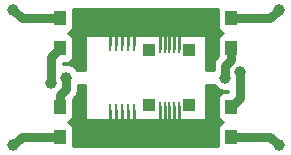
<source format=gbl>
G04 (created by PCBNEW (2013-04-21 BZR 4107)-testing) date Thursday, 06 June 2013 15:24:26*
%MOIN*%
G04 Gerber Fmt 3.4, Leading zero omitted, Abs format*
%FSLAX34Y34*%
G01*
G70*
G90*
G04 APERTURE LIST*
%ADD10C,0*%
%ADD11R,0.00984252X0.0433071*%
%ADD12R,0.00905512X0.0314961*%
%ADD13R,0.0393701X0.0393701*%
%ADD14R,0.04X0.05*%
%ADD15C,0.0393701*%
%ADD16C,0.0393701*%
%ADD17C,0.00905512*%
%ADD18C,0.00984252*%
%ADD19C,0.0295276*%
%ADD20C,0.01*%
G04 APERTURE END LIST*
G54D10*
G54D11*
X59251Y-30216D03*
X59448Y-30216D03*
X59055Y-30216D03*
X58858Y-30216D03*
X58661Y-30216D03*
X58661Y-32381D03*
X58858Y-32381D03*
X59055Y-32381D03*
X59251Y-32381D03*
X59448Y-32381D03*
G54D12*
X60787Y-30354D03*
X60944Y-30354D03*
X60629Y-30354D03*
X60472Y-30354D03*
X60314Y-30354D03*
X60314Y-32244D03*
X60472Y-32244D03*
X60629Y-32244D03*
X60787Y-32244D03*
X60944Y-32244D03*
G54D13*
X59960Y-30393D03*
X59960Y-32204D03*
X61299Y-30393D03*
X61299Y-32204D03*
G54D14*
X62101Y-30314D03*
X62701Y-30314D03*
X57583Y-33267D03*
X56983Y-33267D03*
X62101Y-32283D03*
X62701Y-32283D03*
X57583Y-30314D03*
X56983Y-30314D03*
X62101Y-29330D03*
X62701Y-29330D03*
X62101Y-33267D03*
X62701Y-33267D03*
X57583Y-29330D03*
X56983Y-29330D03*
X57583Y-32283D03*
X56983Y-32283D03*
G54D15*
X56692Y-31496D03*
X55413Y-33562D03*
X57185Y-31299D03*
X55413Y-29035D03*
X62500Y-31299D03*
X64271Y-33562D03*
X62992Y-31102D03*
X64271Y-29035D03*
G54D16*
X62101Y-30314D02*
X62101Y-29330D01*
G54D17*
X60944Y-30354D02*
X60944Y-29330D01*
X60787Y-30354D02*
X60787Y-29330D01*
X60629Y-30354D02*
X60629Y-29330D01*
X60472Y-30354D02*
X60472Y-29330D01*
X60314Y-30354D02*
X60314Y-29330D01*
X60314Y-29330D02*
X60334Y-29330D01*
G54D18*
X59448Y-30216D02*
X59448Y-29330D01*
X59251Y-30216D02*
X59251Y-29330D01*
X59055Y-30216D02*
X59055Y-29330D01*
X58858Y-30216D02*
X58858Y-29330D01*
X58661Y-30216D02*
X58661Y-29330D01*
G54D16*
X57583Y-29330D02*
X58661Y-29330D01*
X58661Y-29330D02*
X58858Y-29330D01*
X58858Y-29330D02*
X59055Y-29330D01*
X59055Y-29330D02*
X59251Y-29330D01*
X59251Y-29330D02*
X59448Y-29330D01*
X59448Y-29330D02*
X60334Y-29330D01*
X60334Y-29330D02*
X60472Y-29330D01*
X60472Y-29330D02*
X60629Y-29330D01*
X60629Y-29330D02*
X60787Y-29330D01*
X60787Y-29330D02*
X60944Y-29330D01*
X60944Y-29330D02*
X62101Y-29330D01*
G54D19*
X56692Y-31496D02*
X56692Y-30605D01*
X56692Y-30605D02*
X56983Y-30314D01*
X56983Y-33267D02*
X55708Y-33267D01*
X55708Y-33267D02*
X55413Y-33562D01*
X56983Y-32283D02*
X56983Y-31894D01*
X57185Y-31692D02*
X57185Y-31299D01*
X56983Y-31894D02*
X57185Y-31692D01*
X55708Y-29330D02*
X55413Y-29035D01*
X56983Y-29330D02*
X55708Y-29330D01*
X62500Y-31299D02*
X62500Y-30905D01*
X62500Y-30905D02*
X62701Y-30703D01*
X62701Y-30703D02*
X62701Y-30314D01*
X63976Y-33267D02*
X64271Y-33562D01*
X62701Y-33267D02*
X63976Y-33267D01*
X62992Y-31102D02*
X62992Y-31992D01*
X62992Y-31992D02*
X62701Y-32283D01*
X62701Y-29330D02*
X63976Y-29330D01*
X63976Y-29330D02*
X64271Y-29035D01*
G54D16*
X62101Y-32283D02*
X62101Y-33267D01*
G54D17*
X60944Y-32244D02*
X60944Y-33267D01*
X60787Y-32244D02*
X60787Y-33267D01*
X60629Y-32244D02*
X60629Y-33267D01*
X60472Y-32244D02*
X60472Y-33267D01*
X60314Y-32244D02*
X60314Y-33267D01*
G54D18*
X59448Y-32381D02*
X59448Y-33267D01*
X59251Y-32381D02*
X59251Y-33267D01*
G54D16*
X57583Y-33267D02*
X58661Y-33267D01*
X58661Y-33267D02*
X58858Y-33267D01*
X58858Y-33267D02*
X59055Y-33267D01*
X59055Y-33267D02*
X59251Y-33267D01*
X59251Y-33267D02*
X59448Y-33267D01*
X59448Y-33267D02*
X60314Y-33267D01*
X60314Y-33267D02*
X60472Y-33267D01*
X60472Y-33267D02*
X60629Y-33267D01*
X60629Y-33267D02*
X60787Y-33267D01*
X60787Y-33267D02*
X60944Y-33267D01*
X60944Y-33267D02*
X62101Y-33267D01*
G54D18*
X59055Y-32381D02*
X59055Y-33267D01*
X58858Y-32381D02*
X58858Y-33267D01*
X58661Y-32381D02*
X58661Y-33267D01*
G54D10*
G36*
X62594Y-31783D02*
X62451Y-31783D01*
X62359Y-31821D01*
X62289Y-31891D01*
X62251Y-31983D01*
X62251Y-32083D01*
X62251Y-32583D01*
X62289Y-32675D01*
X62359Y-32745D01*
X62432Y-32775D01*
X62359Y-32805D01*
X62289Y-32876D01*
X62251Y-32967D01*
X62251Y-33067D01*
X62251Y-33567D01*
X62256Y-33578D01*
X57428Y-33578D01*
X57433Y-33567D01*
X57433Y-33467D01*
X57433Y-32967D01*
X57395Y-32876D01*
X57325Y-32805D01*
X57252Y-32775D01*
X57325Y-32745D01*
X57395Y-32675D01*
X57433Y-32583D01*
X57433Y-32483D01*
X57433Y-32006D01*
X57466Y-31974D01*
X57552Y-31845D01*
X57582Y-31692D01*
X57582Y-31546D01*
X57824Y-31546D01*
X57824Y-32727D01*
X61861Y-32727D01*
X61861Y-31546D01*
X62118Y-31546D01*
X62120Y-31552D01*
X62246Y-31677D01*
X62410Y-31745D01*
X62588Y-31746D01*
X62594Y-31743D01*
X62594Y-31783D01*
X62594Y-31783D01*
G37*
G54D20*
X62594Y-31783D02*
X62451Y-31783D01*
X62359Y-31821D01*
X62289Y-31891D01*
X62251Y-31983D01*
X62251Y-32083D01*
X62251Y-32583D01*
X62289Y-32675D01*
X62359Y-32745D01*
X62432Y-32775D01*
X62359Y-32805D01*
X62289Y-32876D01*
X62251Y-32967D01*
X62251Y-33067D01*
X62251Y-33567D01*
X62256Y-33578D01*
X57428Y-33578D01*
X57433Y-33567D01*
X57433Y-33467D01*
X57433Y-32967D01*
X57395Y-32876D01*
X57325Y-32805D01*
X57252Y-32775D01*
X57325Y-32745D01*
X57395Y-32675D01*
X57433Y-32583D01*
X57433Y-32483D01*
X57433Y-32006D01*
X57466Y-31974D01*
X57552Y-31845D01*
X57582Y-31692D01*
X57582Y-31546D01*
X57824Y-31546D01*
X57824Y-32727D01*
X61861Y-32727D01*
X61861Y-31546D01*
X62118Y-31546D01*
X62120Y-31552D01*
X62246Y-31677D01*
X62410Y-31745D01*
X62588Y-31746D01*
X62594Y-31743D01*
X62594Y-31783D01*
G54D10*
G36*
X62432Y-29822D02*
X62359Y-29853D01*
X62289Y-29923D01*
X62251Y-30015D01*
X62251Y-30114D01*
X62251Y-30591D01*
X62218Y-30624D01*
X62132Y-30753D01*
X62102Y-30905D01*
X62102Y-31052D01*
X61861Y-31052D01*
X61861Y-29871D01*
X57824Y-29871D01*
X57824Y-31052D01*
X57566Y-31052D01*
X57564Y-31046D01*
X57438Y-30920D01*
X57274Y-30852D01*
X57096Y-30852D01*
X57090Y-30854D01*
X57090Y-30814D01*
X57233Y-30814D01*
X57325Y-30776D01*
X57395Y-30706D01*
X57433Y-30614D01*
X57433Y-30515D01*
X57433Y-30015D01*
X57395Y-29923D01*
X57325Y-29853D01*
X57252Y-29822D01*
X57325Y-29792D01*
X57395Y-29722D01*
X57433Y-29630D01*
X57433Y-29530D01*
X57433Y-29030D01*
X57428Y-29019D01*
X62256Y-29019D01*
X62251Y-29030D01*
X62251Y-29130D01*
X62251Y-29630D01*
X62289Y-29722D01*
X62359Y-29792D01*
X62432Y-29822D01*
X62432Y-29822D01*
G37*
G54D20*
X62432Y-29822D02*
X62359Y-29853D01*
X62289Y-29923D01*
X62251Y-30015D01*
X62251Y-30114D01*
X62251Y-30591D01*
X62218Y-30624D01*
X62132Y-30753D01*
X62102Y-30905D01*
X62102Y-31052D01*
X61861Y-31052D01*
X61861Y-29871D01*
X57824Y-29871D01*
X57824Y-31052D01*
X57566Y-31052D01*
X57564Y-31046D01*
X57438Y-30920D01*
X57274Y-30852D01*
X57096Y-30852D01*
X57090Y-30854D01*
X57090Y-30814D01*
X57233Y-30814D01*
X57325Y-30776D01*
X57395Y-30706D01*
X57433Y-30614D01*
X57433Y-30515D01*
X57433Y-30015D01*
X57395Y-29923D01*
X57325Y-29853D01*
X57252Y-29822D01*
X57325Y-29792D01*
X57395Y-29722D01*
X57433Y-29630D01*
X57433Y-29530D01*
X57433Y-29030D01*
X57428Y-29019D01*
X62256Y-29019D01*
X62251Y-29030D01*
X62251Y-29130D01*
X62251Y-29630D01*
X62289Y-29722D01*
X62359Y-29792D01*
X62432Y-29822D01*
M02*

</source>
